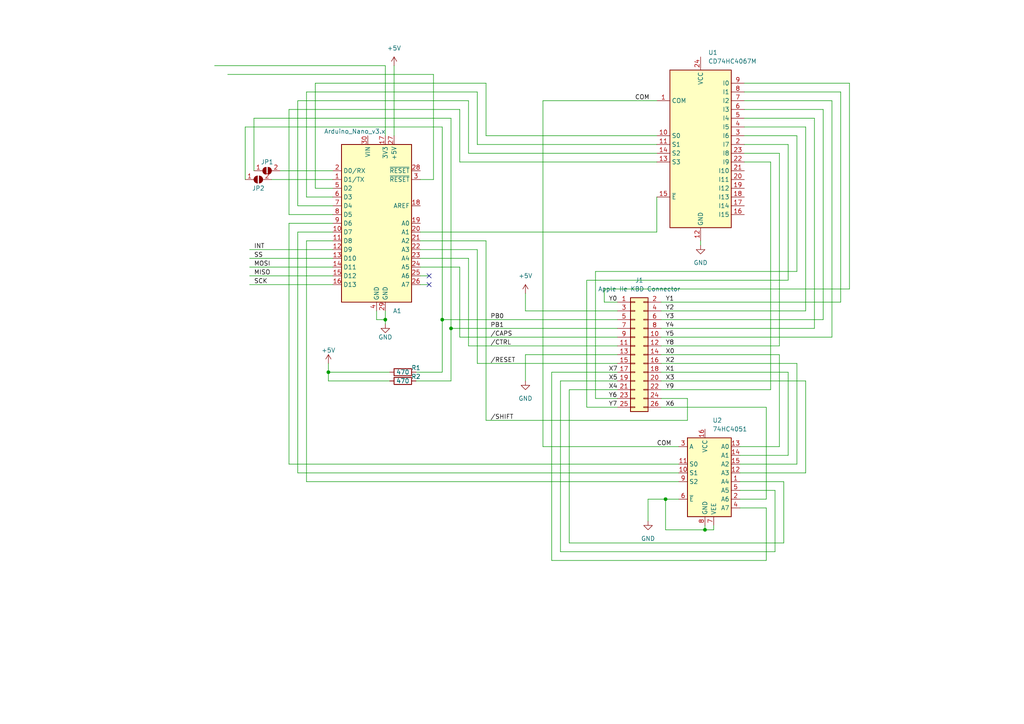
<source format=kicad_sch>
(kicad_sch (version 20230121) (generator eeschema)
  (paper "A4")
  (lib_symbols
    (symbol "74xx:74HC4051"
      (property "Reference" "U" (at -5.08 11.43 0))
      (property "Value" "74HC4051" (at -7.62 -13.97 0))
      (symbol "74HC4051_0_1"
        (rectangle (start -5.08 10.16) (end 7.62 -12.7) (stroke (width 0.254)) (fill (type background)))
      )
      (symbol "74HC4051_1_1"
        (pin passive line (at 10.16 -2.54 180) (length 2.54) (name "A4") (number "1"))
        (pin input line (at -7.62 0 0) (length 2.54) (name "S1") (number "10"))
        (pin input line (at -7.62 2.54 0) (length 2.54) (name "S0") (number "11"))
        (pin passive line (at 10.16 0 180) (length 2.54) (name "A3") (number "12"))
        (pin passive line (at 10.16 7.62 180) (length 2.54) (name "A0") (number "13"))
        (pin passive line (at 10.16 5.08 180) (length 2.54) (name "A1") (number "14"))
        (pin passive line (at 10.16 2.54 180) (length 2.54) (name "A2") (number "15"))
        (pin power_in line (at 0 12.7 270) (length 2.54) (name "VCC") (number "16"))
        (pin passive line (at 10.16 -7.62 180) (length 2.54) (name "A6") (number "2"))
        (pin passive line (at -7.62 7.62 0) (length 2.54) (name "A") (number "3"))
        (pin passive line (at 10.16 -10.16 180) (length 2.54) (name "A7") (number "4"))
        (pin passive line (at 10.16 -5.08 180) (length 2.54) (name "A5") (number "5"))
        (pin input line (at -7.62 -7.62 0) (length 2.54) (name "~{E}") (number "6"))
        (pin power_in line (at 2.54 -15.24 90) (length 2.54) (name "VEE") (number "7"))
        (pin power_in line (at 0 -15.24 90) (length 2.54) (name "GND") (number "8"))
        (pin input line (at -7.62 -2.54 0) (length 2.54) (name "S2") (number "9"))
      )
    )
    (symbol "74xx:CD74HC4067M"
      (property "Reference" "U" (at -8.89 22.86 0))
      (property "Value" "CD74HC4067M" (at 1.27 22.86 0))
      (symbol "CD74HC4067M_0_1"
        (rectangle (start -8.89 21.59) (end 8.89 -24.13) (stroke (width 0.254)) (fill (type background)))
      )
      (symbol "CD74HC4067M_1_1"
        (pin passive line (at -12.7 12.7 0) (length 3.81) (name "COM") (number "1"))
        (pin input line (at -12.7 2.54 0) (length 3.81) (name "S0") (number "10"))
        (pin input line (at -12.7 0 0) (length 3.81) (name "S1") (number "11"))
        (pin power_in line (at 0 -27.94 90) (length 3.81) (name "GND") (number "12"))
        (pin input line (at -12.7 -5.08 0) (length 3.81) (name "S3") (number "13"))
        (pin input line (at -12.7 -2.54 0) (length 3.81) (name "S2") (number "14"))
        (pin input line (at -12.7 -15.24 0) (length 3.81) (name "~{E}") (number "15"))
        (pin passive line (at 12.7 -20.32 180) (length 3.81) (name "I15") (number "16"))
        (pin passive line (at 12.7 -17.78 180) (length 3.81) (name "I14") (number "17"))
        (pin passive line (at 12.7 -15.24 180) (length 3.81) (name "I13") (number "18"))
        (pin passive line (at 12.7 -12.7 180) (length 3.81) (name "I12") (number "19"))
        (pin passive line (at 12.7 0 180) (length 3.81) (name "I7") (number "2"))
        (pin passive line (at 12.7 -10.16 180) (length 3.81) (name "I11") (number "20"))
        (pin passive line (at 12.7 -7.62 180) (length 3.81) (name "I10") (number "21"))
        (pin passive line (at 12.7 -5.08 180) (length 3.81) (name "I9") (number "22"))
        (pin passive line (at 12.7 -2.54 180) (length 3.81) (name "I8") (number "23"))
        (pin power_in line (at 0 25.4 270) (length 3.81) (name "VCC") (number "24"))
        (pin passive line (at 12.7 2.54 180) (length 3.81) (name "I6") (number "3"))
        (pin passive line (at 12.7 5.08 180) (length 3.81) (name "I5") (number "4"))
        (pin passive line (at 12.7 7.62 180) (length 3.81) (name "I4") (number "5"))
        (pin passive line (at 12.7 10.16 180) (length 3.81) (name "I3") (number "6"))
        (pin passive line (at 12.7 12.7 180) (length 3.81) (name "I2") (number "7"))
        (pin passive line (at 12.7 15.24 180) (length 3.81) (name "I1") (number "8"))
        (pin passive line (at 12.7 17.78 180) (length 3.81) (name "I0") (number "9"))
      )
    )
    (symbol "Connector_Generic:Conn_02x13_Odd_Even" (pin_names (offset 1.016) hide)
      (property "Reference" "J" (at 1.27 17.78 0))
      (property "Value" "Conn_02x13_Odd_Even" (at 1.27 -17.78 0))
      (symbol "Conn_02x13_Odd_Even_1_1"
        (rectangle (start -1.27 -15.113) (end 0 -15.367) (stroke (width 0.1524)))
        (rectangle (start -1.27 -12.573) (end 0 -12.827) (stroke (width 0.1524)))
        (rectangle (start -1.27 -10.033) (end 0 -10.287) (stroke (width 0.1524)))
        (rectangle (start -1.27 -7.493) (end 0 -7.747) (stroke (width 0.1524)))
        (rectangle (start -1.27 -4.953) (end 0 -5.207) (stroke (width 0.1524)))
        (rectangle (start -1.27 -2.413) (end 0 -2.667) (stroke (width 0.1524)))
        (rectangle (start -1.27 0.127) (end 0 -0.127) (stroke (width 0.1524)))
        (rectangle (start -1.27 2.667) (end 0 2.413) (stroke (width 0.1524)))
        (rectangle (start -1.27 5.207) (end 0 4.953) (stroke (width 0.1524)))
        (rectangle (start -1.27 7.747) (end 0 7.493) (stroke (width 0.1524)))
        (rectangle (start -1.27 10.287) (end 0 10.033) (stroke (width 0.1524)))
        (rectangle (start -1.27 12.827) (end 0 12.573) (stroke (width 0.1524)))
        (rectangle (start -1.27 15.367) (end 0 15.113) (stroke (width 0.1524)))
        (rectangle (start -1.27 16.51) (end 3.81 -16.51) (stroke (width 0.254)) (fill (type background)))
        (rectangle (start 3.81 -15.113) (end 2.54 -15.367) (stroke (width 0.1524)))
        (rectangle (start 3.81 -12.573) (end 2.54 -12.827) (stroke (width 0.1524)))
        (rectangle (start 3.81 -10.033) (end 2.54 -10.287) (stroke (width 0.1524)))
        (rectangle (start 3.81 -7.493) (end 2.54 -7.747) (stroke (width 0.1524)))
        (rectangle (start 3.81 -4.953) (end 2.54 -5.207) (stroke (width 0.1524)))
        (rectangle (start 3.81 -2.413) (end 2.54 -2.667) (stroke (width 0.1524)))
        (rectangle (start 3.81 0.127) (end 2.54 -0.127) (stroke (width 0.1524)))
        (rectangle (start 3.81 2.667) (end 2.54 2.413) (stroke (width 0.1524)))
        (rectangle (start 3.81 5.207) (end 2.54 4.953) (stroke (width 0.1524)))
        (rectangle (start 3.81 7.747) (end 2.54 7.493) (stroke (width 0.1524)))
        (rectangle (start 3.81 10.287) (end 2.54 10.033) (stroke (width 0.1524)))
        (rectangle (start 3.81 12.827) (end 2.54 12.573) (stroke (width 0.1524)))
        (rectangle (start 3.81 15.367) (end 2.54 15.113) (stroke (width 0.1524)))
        (pin passive line (at -5.08 15.24 0) (length 3.81) (name "Pin_1") (number "1"))
        (pin passive line (at 7.62 5.08 180) (length 3.81) (name "Pin_10") (number "10"))
        (pin passive line (at -5.08 2.54 0) (length 3.81) (name "Pin_11") (number "11"))
        (pin passive line (at 7.62 2.54 180) (length 3.81) (name "Pin_12") (number "12"))
        (pin passive line (at -5.08 0 0) (length 3.81) (name "Pin_13") (number "13"))
        (pin passive line (at 7.62 0 180) (length 3.81) (name "Pin_14") (number "14"))
        (pin passive line (at -5.08 -2.54 0) (length 3.81) (name "Pin_15") (number "15"))
        (pin passive line (at 7.62 -2.54 180) (length 3.81) (name "Pin_16") (number "16"))
        (pin passive line (at -5.08 -5.08 0) (length 3.81) (name "Pin_17") (number "17"))
        (pin passive line (at 7.62 -5.08 180) (length 3.81) (name "Pin_18") (number "18"))
        (pin passive line (at -5.08 -7.62 0) (length 3.81) (name "Pin_19") (number "19"))
        (pin passive line (at 7.62 15.24 180) (length 3.81) (name "Pin_2") (number "2"))
        (pin passive line (at 7.62 -7.62 180) (length 3.81) (name "Pin_20") (number "20"))
        (pin passive line (at -5.08 -10.16 0) (length 3.81) (name "Pin_21") (number "21"))
        (pin passive line (at 7.62 -10.16 180) (length 3.81) (name "Pin_22") (number "22"))
        (pin passive line (at -5.08 -12.7 0) (length 3.81) (name "Pin_23") (number "23"))
        (pin passive line (at 7.62 -12.7 180) (length 3.81) (name "Pin_24") (number "24"))
        (pin passive line (at -5.08 -15.24 0) (length 3.81) (name "Pin_25") (number "25"))
        (pin passive line (at 7.62 -15.24 180) (length 3.81) (name "Pin_26") (number "26"))
        (pin passive line (at -5.08 12.7 0) (length 3.81) (name "Pin_3") (number "3"))
        (pin passive line (at 7.62 12.7 180) (length 3.81) (name "Pin_4") (number "4"))
        (pin passive line (at -5.08 10.16 0) (length 3.81) (name "Pin_5") (number "5"))
        (pin passive line (at 7.62 10.16 180) (length 3.81) (name "Pin_6") (number "6"))
        (pin passive line (at -5.08 7.62 0) (length 3.81) (name "Pin_7") (number "7"))
        (pin passive line (at 7.62 7.62 180) (length 3.81) (name "Pin_8") (number "8"))
        (pin passive line (at -5.08 5.08 0) (length 3.81) (name "Pin_9") (number "9"))
      )
    )
    (symbol "Device:R" (pin_numbers hide) (pin_names (offset 0))
      (property "Reference" "R" (at 2.032 0 90))
      (property "Value" "R" (at 0 0 90))
      (symbol "R_0_1"
        (rectangle (start -1.016 -2.54) (end 1.016 2.54) (stroke (width 0.254)))
      )
      (symbol "R_1_1"
        (pin passive line (at 0 3.81 270) (length 1.27) (name "~") (number "1"))
        (pin passive line (at 0 -3.81 90) (length 1.27) (name "~") (number "2"))
      )
    )
    (symbol "Jumper:SolderJumper_2_Open" (pin_names (offset 0) hide)
      (property "Reference" "JP" (at 0 2.032 0))
      (property "Value" "SolderJumper_2_Open" (at 0 -2.54 0))
      (symbol "SolderJumper_2_Open_0_1"
        (arc (start -0.254 1.016) (mid -1.2656 0) (end -0.254 -1.016))
        (arc (start -0.254 1.016) (mid -1.2656 0) (end -0.254 -1.016) (fill (type outline)))
        (polyline (pts (xy -0.254 1.016) (xy -0.254 -1.016)))
        (polyline (pts (xy 0.254 1.016) (xy 0.254 -1.016)))
        (arc (start 0.254 -1.016) (mid 1.2656 0) (end 0.254 1.016))
        (arc (start 0.254 -1.016) (mid 1.2656 0) (end 0.254 1.016) (fill (type outline)))
      )
      (symbol "SolderJumper_2_Open_1_1"
        (pin passive line (at -3.81 0 0) (length 2.54) (name "A") (number "1"))
        (pin passive line (at 3.81 0 180) (length 2.54) (name "B") (number "2"))
      )
    )
    (symbol "MCU_Module:Arduino_Nano_v3.x"
      (property "Reference" "A" (at -10.16 23.495 0))
      (property "Value" "Arduino_Nano_v3.x" (at 5.08 -24.13 0))
      (symbol "Arduino_Nano_v3.x_0_1"
        (rectangle (start -10.16 22.86) (end 10.16 -22.86) (stroke (width 0.254)) (fill (type background)))
      )
      (symbol "Arduino_Nano_v3.x_1_1"
        (pin bidirectional line (at -12.7 12.7 0) (length 2.54) (name "D1/TX") (number "1"))
        (pin bidirectional line (at -12.7 -2.54 0) (length 2.54) (name "D7") (number "10"))
        (pin bidirectional line (at -12.7 -5.08 0) (length 2.54) (name "D8") (number "11"))
        (pin bidirectional line (at -12.7 -7.62 0) (length 2.54) (name "D9") (number "12"))
        (pin bidirectional line (at -12.7 -10.16 0) (length 2.54) (name "D10") (number "13"))
        (pin bidirectional line (at -12.7 -12.7 0) (length 2.54) (name "D11") (number "14"))
        (pin bidirectional line (at -12.7 -15.24 0) (length 2.54) (name "D12") (number "15"))
        (pin bidirectional line (at -12.7 -17.78 0) (length 2.54) (name "D13") (number "16"))
        (pin power_out line (at 2.54 25.4 270) (length 2.54) (name "3V3") (number "17"))
        (pin input line (at 12.7 5.08 180) (length 2.54) (name "AREF") (number "18"))
        (pin bidirectional line (at 12.7 0 180) (length 2.54) (name "A0") (number "19"))
        (pin bidirectional line (at -12.7 15.24 0) (length 2.54) (name "D0/RX") (number "2"))
        (pin bidirectional line (at 12.7 -2.54 180) (length 2.54) (name "A1") (number "20"))
        (pin bidirectional line (at 12.7 -5.08 180) (length 2.54) (name "A2") (number "21"))
        (pin bidirectional line (at 12.7 -7.62 180) (length 2.54) (name "A3") (number "22"))
        (pin bidirectional line (at 12.7 -10.16 180) (length 2.54) (name "A4") (number "23"))
        (pin bidirectional line (at 12.7 -12.7 180) (length 2.54) (name "A5") (number "24"))
        (pin bidirectional line (at 12.7 -15.24 180) (length 2.54) (name "A6") (number "25"))
        (pin bidirectional line (at 12.7 -17.78 180) (length 2.54) (name "A7") (number "26"))
        (pin power_out line (at 5.08 25.4 270) (length 2.54) (name "+5V") (number "27"))
        (pin input line (at 12.7 15.24 180) (length 2.54) (name "~{RESET}") (number "28"))
        (pin power_in line (at 2.54 -25.4 90) (length 2.54) (name "GND") (number "29"))
        (pin input line (at 12.7 12.7 180) (length 2.54) (name "~{RESET}") (number "3"))
        (pin power_in line (at -2.54 25.4 270) (length 2.54) (name "VIN") (number "30"))
        (pin power_in line (at 0 -25.4 90) (length 2.54) (name "GND") (number "4"))
        (pin bidirectional line (at -12.7 10.16 0) (length 2.54) (name "D2") (number "5"))
        (pin bidirectional line (at -12.7 7.62 0) (length 2.54) (name "D3") (number "6"))
        (pin bidirectional line (at -12.7 5.08 0) (length 2.54) (name "D4") (number "7"))
        (pin bidirectional line (at -12.7 2.54 0) (length 2.54) (name "D5") (number "8"))
        (pin bidirectional line (at -12.7 0 0) (length 2.54) (name "D6") (number "9"))
      )
    )
    (symbol "power:+5V" (power) (pin_names (offset 0))
      (property "Value" "+5V" (at 0 3.556 0))
      (symbol "+5V_0_1"
        (polyline (pts (xy -0.762 1.27) (xy 0 2.54)))
        (polyline (pts (xy 0 0) (xy 0 2.54)))
        (polyline (pts (xy 0 2.54) (xy 0.762 1.27)))
      )
      (symbol "+5V_1_1"
        (pin power_in line (at 0 0 90) (length 0) hide (name "+5V") (number "1"))
      )
    )
    (symbol "power:GND" (power) (pin_names (offset 0))
      (property "Value" "GND" (at 0 -3.81 0))
      (symbol "GND_0_1"
        (polyline (pts (xy 0 0) (xy 0 -1.27) (xy 1.27 -1.27) (xy 0 -2.54) (xy -1.27 -1.27) (xy 0 -1.27)))
      )
      (symbol "GND_1_1"
        (pin power_in line (at 0 0 270) (length 0) hide (name "GND") (number "1"))
      )
    )
  )
  (junction (at 193.04 144.78))
  (junction (at 130.81 95.25))
  (junction (at 95.25 107.95))
  (junction (at 204.47 153.67))
  (junction (at 128.27 92.71))
  (junction (at 111.76 92.71))
  (no_connect (at 124.46 80.01))
  (no_connect (at 124.46 82.55))
  (wire (pts (xy 226.06 102.87) (xy 226.06 129.54)))
  (wire (pts (xy 72.39 80.01) (xy 96.52 80.01)))
  (wire (pts (xy 135.89 29.21) (xy 86.36 29.21)))
  (wire (pts (xy 191.77 90.17) (xy 233.68 90.17)))
  (wire (pts (xy 121.92 67.31) (xy 190.5 67.31)))
  (wire (pts (xy 121.92 72.39) (xy 138.43 72.39)))
  (wire (pts (xy 227.33 157.48) (xy 227.33 139.7)))
  (wire (pts (xy 187.96 144.78) (xy 193.04 144.78)))
  (wire (pts (xy 83.82 134.62) (xy 196.85 134.62)))
  (wire (pts (xy 191.77 95.25) (xy 236.22 95.25)))
  (wire (pts (xy 193.04 144.78) (xy 196.85 144.78)))
  (wire (pts (xy 162.56 160.02) (xy 224.79 160.02)))
  (wire (pts (xy 83.82 64.77) (xy 96.52 64.77)))
  (wire (pts (xy 222.25 118.11) (xy 222.25 144.78)))
  (wire (pts (xy 233.68 110.49) (xy 233.68 137.16)))
  (wire (pts (xy 114.3 19.05) (xy 114.3 39.37)))
  (wire (pts (xy 233.68 36.83) (xy 233.68 90.17)))
  (wire (pts (xy 207.01 153.67) (xy 207.01 152.4)))
  (wire (pts (xy 191.77 100.33) (xy 226.06 100.33)))
  (wire (pts (xy 86.36 29.21) (xy 86.36 59.69)))
  (wire (pts (xy 88.9 57.15) (xy 96.52 57.15)))
  (wire (pts (xy 179.07 110.49) (xy 162.56 110.49)))
  (wire (pts (xy 191.77 92.71) (xy 238.76 92.71)))
  (wire (pts (xy 140.97 121.92) (xy 199.39 121.92)))
  (wire (pts (xy 215.9 41.91) (xy 228.6 41.91)))
  (wire (pts (xy 130.81 110.49) (xy 130.81 95.25)))
  (wire (pts (xy 191.77 87.63) (xy 243.84 87.63)))
  (wire (pts (xy 179.07 113.03) (xy 165.1 113.03)))
  (wire (pts (xy 172.72 78.74) (xy 231.14 78.74)))
  (wire (pts (xy 83.82 31.75) (xy 83.82 62.23)))
  (wire (pts (xy 191.77 118.11) (xy 222.25 118.11)))
  (wire (pts (xy 214.63 132.08) (xy 228.6 132.08)))
  (wire (pts (xy 91.44 24.13) (xy 91.44 54.61)))
  (wire (pts (xy 135.89 74.93) (xy 135.89 100.33)))
  (wire (pts (xy 160.02 107.95) (xy 160.02 162.56)))
  (wire (pts (xy 157.48 29.21) (xy 157.48 129.54)))
  (wire (pts (xy 172.72 115.57) (xy 172.72 78.74)))
  (wire (pts (xy 133.35 46.99) (xy 133.35 31.75)))
  (wire (pts (xy 231.14 105.41) (xy 231.14 134.62)))
  (wire (pts (xy 157.48 29.21) (xy 190.5 29.21)))
  (wire (pts (xy 111.76 92.71) (xy 111.76 93.98)))
  (wire (pts (xy 224.79 142.24) (xy 224.79 160.02)))
  (wire (pts (xy 215.9 29.21) (xy 241.3 29.21)))
  (wire (pts (xy 86.36 137.16) (xy 196.85 137.16)))
  (wire (pts (xy 215.9 44.45) (xy 226.06 44.45)))
  (wire (pts (xy 170.18 118.11) (xy 170.18 81.28)))
  (wire (pts (xy 72.39 74.93) (xy 96.52 74.93)))
  (wire (pts (xy 133.35 31.75) (xy 83.82 31.75)))
  (wire (pts (xy 152.4 85.09) (xy 152.4 90.17)))
  (wire (pts (xy 83.82 62.23) (xy 96.52 62.23)))
  (wire (pts (xy 227.33 139.7) (xy 214.63 139.7)))
  (wire (pts (xy 88.9 139.7) (xy 196.85 139.7)))
  (wire (pts (xy 162.56 110.49) (xy 162.56 160.02)))
  (wire (pts (xy 125.73 52.07) (xy 125.73 21.59)))
  (wire (pts (xy 187.96 144.78) (xy 187.96 151.13)))
  (wire (pts (xy 236.22 34.29) (xy 236.22 95.25)))
  (wire (pts (xy 121.92 52.07) (xy 125.73 52.07)))
  (wire (pts (xy 191.77 97.79) (xy 241.3 97.79)))
  (wire (pts (xy 71.12 36.83) (xy 128.27 36.83)))
  (wire (pts (xy 152.4 90.17) (xy 179.07 90.17)))
  (wire (pts (xy 203.2 71.12) (xy 203.2 69.85)))
  (wire (pts (xy 111.76 90.17) (xy 111.76 92.71)))
  (wire (pts (xy 140.97 69.85) (xy 140.97 121.92)))
  (wire (pts (xy 83.82 134.62) (xy 83.82 64.77)))
  (wire (pts (xy 243.84 87.63) (xy 243.84 26.67)))
  (wire (pts (xy 135.89 100.33) (xy 179.07 100.33)))
  (wire (pts (xy 231.14 78.74) (xy 231.14 39.37)))
  (wire (pts (xy 193.04 153.67) (xy 193.04 144.78)))
  (wire (pts (xy 121.92 74.93) (xy 135.89 74.93)))
  (wire (pts (xy 152.4 102.87) (xy 152.4 110.49)))
  (wire (pts (xy 191.77 102.87) (xy 226.06 102.87)))
  (wire (pts (xy 238.76 31.75) (xy 238.76 92.71)))
  (wire (pts (xy 179.07 118.11) (xy 170.18 118.11)))
  (wire (pts (xy 190.5 67.31) (xy 190.5 57.15)))
  (wire (pts (xy 109.22 90.17) (xy 109.22 92.71)))
  (wire (pts (xy 86.36 67.31) (xy 96.52 67.31)))
  (wire (pts (xy 135.89 44.45) (xy 190.5 44.45)))
  (wire (pts (xy 223.52 46.99) (xy 223.52 113.03)))
  (wire (pts (xy 88.9 69.85) (xy 96.52 69.85)))
  (wire (pts (xy 231.14 134.62) (xy 214.63 134.62)))
  (wire (pts (xy 179.07 107.95) (xy 160.02 107.95)))
  (wire (pts (xy 72.39 77.47) (xy 96.52 77.47)))
  (wire (pts (xy 130.81 34.29) (xy 130.81 95.25)))
  (wire (pts (xy 133.35 97.79) (xy 133.35 77.47)))
  (wire (pts (xy 165.1 157.48) (xy 227.33 157.48)))
  (wire (pts (xy 165.1 113.03) (xy 165.1 157.48)))
  (wire (pts (xy 88.9 26.67) (xy 88.9 57.15)))
  (wire (pts (xy 228.6 81.28) (xy 228.6 41.91)))
  (wire (pts (xy 78.74 52.07) (xy 96.52 52.07)))
  (wire (pts (xy 152.4 102.87) (xy 179.07 102.87)))
  (wire (pts (xy 215.9 34.29) (xy 236.22 34.29)))
  (wire (pts (xy 128.27 107.95) (xy 128.27 92.71)))
  (wire (pts (xy 133.35 46.99) (xy 190.5 46.99)))
  (wire (pts (xy 120.65 107.95) (xy 128.27 107.95)))
  (wire (pts (xy 95.25 110.49) (xy 113.03 110.49)))
  (wire (pts (xy 204.47 153.67) (xy 193.04 153.67)))
  (wire (pts (xy 140.97 24.13) (xy 91.44 24.13)))
  (wire (pts (xy 214.63 142.24) (xy 224.79 142.24)))
  (wire (pts (xy 121.92 80.01) (xy 124.46 80.01)))
  (wire (pts (xy 191.77 105.41) (xy 231.14 105.41)))
  (wire (pts (xy 72.39 82.55) (xy 96.52 82.55)))
  (wire (pts (xy 207.01 153.67) (xy 204.47 153.67)))
  (wire (pts (xy 111.76 39.37) (xy 111.76 19.05)))
  (wire (pts (xy 72.39 72.39) (xy 96.52 72.39)))
  (wire (pts (xy 214.63 137.16) (xy 233.68 137.16)))
  (wire (pts (xy 214.63 147.32) (xy 222.25 147.32)))
  (wire (pts (xy 140.97 39.37) (xy 190.5 39.37)))
  (wire (pts (xy 175.26 83.82) (xy 246.38 83.82)))
  (wire (pts (xy 215.9 36.83) (xy 233.68 36.83)))
  (wire (pts (xy 86.36 59.69) (xy 96.52 59.69)))
  (wire (pts (xy 62.23 19.05) (xy 111.76 19.05)))
  (wire (pts (xy 241.3 29.21) (xy 241.3 97.79)))
  (wire (pts (xy 140.97 39.37) (xy 140.97 24.13)))
  (wire (pts (xy 246.38 24.13) (xy 246.38 83.82)))
  (wire (pts (xy 157.48 129.54) (xy 196.85 129.54)))
  (wire (pts (xy 215.9 26.67) (xy 243.84 26.67)))
  (wire (pts (xy 204.47 153.67) (xy 204.47 152.4)))
  (wire (pts (xy 73.66 34.29) (xy 130.81 34.29)))
  (wire (pts (xy 170.18 81.28) (xy 228.6 81.28)))
  (wire (pts (xy 130.81 95.25) (xy 179.07 95.25)))
  (wire (pts (xy 73.66 49.53) (xy 73.66 34.29)))
  (wire (pts (xy 133.35 97.79) (xy 179.07 97.79)))
  (wire (pts (xy 228.6 107.95) (xy 228.6 132.08)))
  (wire (pts (xy 138.43 26.67) (xy 88.9 26.67)))
  (wire (pts (xy 91.44 54.61) (xy 96.52 54.61)))
  (wire (pts (xy 95.25 107.95) (xy 95.25 110.49)))
  (wire (pts (xy 128.27 36.83) (xy 128.27 92.71)))
  (wire (pts (xy 138.43 41.91) (xy 138.43 26.67)))
  (wire (pts (xy 175.26 87.63) (xy 175.26 83.82)))
  (wire (pts (xy 66.04 21.59) (xy 125.73 21.59)))
  (wire (pts (xy 175.26 87.63) (xy 179.07 87.63)))
  (wire (pts (xy 215.9 24.13) (xy 246.38 24.13)))
  (wire (pts (xy 120.65 110.49) (xy 130.81 110.49)))
  (wire (pts (xy 138.43 41.91) (xy 190.5 41.91)))
  (wire (pts (xy 95.25 107.95) (xy 113.03 107.95)))
  (wire (pts (xy 199.39 115.57) (xy 199.39 121.92)))
  (wire (pts (xy 222.25 162.56) (xy 222.25 147.32)))
  (wire (pts (xy 191.77 107.95) (xy 228.6 107.95)))
  (wire (pts (xy 86.36 137.16) (xy 86.36 67.31)))
  (wire (pts (xy 81.28 49.53) (xy 96.52 49.53)))
  (wire (pts (xy 215.9 31.75) (xy 238.76 31.75)))
  (wire (pts (xy 138.43 105.41) (xy 179.07 105.41)))
  (wire (pts (xy 138.43 72.39) (xy 138.43 105.41)))
  (wire (pts (xy 172.72 115.57) (xy 179.07 115.57)))
  (wire (pts (xy 88.9 139.7) (xy 88.9 69.85)))
  (wire (pts (xy 71.12 52.07) (xy 71.12 36.83)))
  (wire (pts (xy 121.92 82.55) (xy 124.46 82.55)))
  (wire (pts (xy 191.77 115.57) (xy 199.39 115.57)))
  (wire (pts (xy 214.63 129.54) (xy 226.06 129.54)))
  (wire (pts (xy 160.02 162.56) (xy 222.25 162.56)))
  (wire (pts (xy 215.9 46.99) (xy 223.52 46.99)))
  (wire (pts (xy 128.27 92.71) (xy 179.07 92.71)))
  (wire (pts (xy 95.25 105.41) (xy 95.25 107.95)))
  (wire (pts (xy 121.92 77.47) (xy 133.35 77.47)))
  (wire (pts (xy 214.63 144.78) (xy 222.25 144.78)))
  (wire (pts (xy 109.22 92.71) (xy 111.76 92.71)))
  (wire (pts (xy 135.89 44.45) (xy 135.89 29.21)))
  (wire (pts (xy 121.92 69.85) (xy 140.97 69.85)))
  (wire (pts (xy 191.77 110.49) (xy 233.68 110.49)))
  (wire (pts (xy 226.06 44.45) (xy 226.06 100.33)))
  (wire (pts (xy 215.9 39.37) (xy 231.14 39.37)))
  (wire (pts (xy 191.77 113.03) (xy 223.52 113.03)))
  (label "Y0" (at 176.53 87.63 0))
  (label "INT" (at 73.66 72.39 0))
  (label "MOSI" (at 73.66 77.47 0))
  (label "Y5" (at 193.04 97.79 0))
  (label "MISO" (at 73.66 80.01 0))
  (label "X7" (at 176.53 107.95 0))
  (label "X0" (at 193.04 102.87 0))
  (label "X2" (at 193.04 105.41 0))
  (label "SCK" (at 73.66 82.55 0))
  (label "X3" (at 193.04 110.49 0))
  (label "{slash}RESET" (at 142.24 105.41 0))
  (label "Y2" (at 193.04 90.17 0))
  (label "COM" (at 190.5 129.54 0))
  (label "Y7" (at 176.53 118.11 0))
  (label "Y8" (at 193.04 100.33 0))
  (label "{slash}CTRL" (at 142.24 100.33 0))
  (label "{slash}CAPS" (at 142.24 97.79 0))
  (label "Y9" (at 193.04 113.03 0))
  (label "Y6" (at 176.53 115.57 0))
  (label "Y3" (at 193.04 92.71 0))
  (label "X4" (at 176.53 113.03 0))
  (label "X1" (at 193.04 107.95 0))
  (label "COM" (at 184.15 29.21 0))
  (label "X6" (at 193.04 118.11 0))
  (label "{slash}SHIFT" (at 142.24 121.92 0))
  (label "X5" (at 176.53 110.49 0))
  (label "PB1" (at 142.24 95.25 0))
  (label "Y1" (at 193.04 87.63 0))
  (label "PB0" (at 142.24 92.71 0))
  (label "Y4" (at 193.04 95.25 0))
  (label "SS" (at 73.66 74.93 0))
  (symbol (lib_id "Device:R") (at 116.84 107.95 90) (unit 1)
    (property "Reference" "R1" (at 120.65 106.68 90))
    (property "Value" "470" (at 116.84 107.95 90))
  )
  (symbol (lib_id "Device:R") (at 116.84 110.49 90) (unit 1)
    (property "Reference" "R2" (at 120.65 109.22 90))
    (property "Value" "470" (at 116.84 110.49 90))
  )
  (symbol (lib_id "Jumper:SolderJumper_2_Open") (at 77.47 49.53 0) (unit 1)
    (property "Reference" "JP1" (at 77.47 46.99 0))
    (property "Value" "SolderJumper_2_Open" (effects hide))
  )
  (symbol (lib_id "Connector_Generic:Conn_02x13_Odd_Even") (at 184.15 102.87 0) (unit 1)
    (property "Reference" "J1" (at 185.42 81.28 0))
    (property "Value" "Apple IIe KBD Connector" (at 185.42 83.82 0))
  )
  (symbol (lib_id "power:GND") (at 111.76 93.98 0) (unit 1)
    (property "Reference" "#PWR08" (effects hide))
    (property "Value" "GND" (at 111.76 97.79 0))
  )
  (symbol (lib_id "power:+5V") (at 152.4 85.09 0) (unit 1)
    (property "Reference" "#PWR01" (effects hide))
    (property "Value" "+5V" (at 152.4 80.01 0))
  )
  (symbol (lib_id "power:+5V") (at 95.25 105.41 0) (unit 1)
    (property "Reference" "#PWR05" (effects hide))
    (property "Value" "+5V" (at 95.25 101.6 0))
  )
  (symbol (lib_id "74xx:CD74HC4067M") (at 203.2 41.91 0) (unit 1)
    (property "Reference" "U1" (at 205.3941 15.24 0) (effects (justify left)))
    (property "Value" "CD74HC4067M" (at 205.3941 17.78 0) (effects (justify left)))
    (property "Footprint" "Package_SO:SOIC-24W_7.5x15.4mm_P1.27mm" (effects hide))
    (property "Datasheet" "http://www.ti.com/lit/ds/symlink/cd74hc4067.pdf" (effects hide))
  )
  (symbol (lib_id "power:+5V") (at 114.3 19.05 0) (unit 1)
    (property "Reference" "#PWR07" (effects hide))
    (property "Value" "+5V" (at 114.3 13.97 0))
  )
  (symbol (lib_id "MCU_Module:Arduino_Nano_v3.x") (at 109.22 64.77 0) (unit 1)
    (property "Reference" "A1" (at 113.9541 90.17 0) (effects (justify left)))
    (property "Value" "Arduino_Nano_v3.x" (at 93.98 38.1 0) (effects (justify left)))
    (property "Footprint" "Module:Arduino_Nano" (effects hide))
    (property "Datasheet" "http://www.mouser.com/pdfdocs/Gravitech_Arduino_Nano3_0.pdf" (effects hide))
  )
  (symbol (lib_id "power:GND") (at 203.2 71.12 0) (unit 1)
    (property "Reference" "#PWR04" (effects hide))
    (property "Value" "GND" (at 203.2 76.2 0))
  )
  (symbol (lib_id "power:GND") (at 187.96 151.13 0) (unit 1)
    (property "Reference" "#PWR03" (effects hide))
    (property "Value" "GND" (at 187.96 156.21 0))
  )
  (symbol (lib_id "74xx:74HC4051") (at 204.47 137.16 0) (unit 1)
    (property "Reference" "U2" (at 206.6641 121.92 0) (effects (justify left)))
    (property "Value" "74HC4051" (at 206.6641 124.46 0) (effects (justify left)))
    (property "Datasheet" "http://www.ti.com/lit/ds/symlink/cd74hc4051.pdf" (effects hide))
  )
  (symbol (lib_id "Jumper:SolderJumper_2_Open") (at 74.93 52.07 0) (unit 1)
    (property "Reference" "JP2" (at 74.93 54.61 0))
    (property "Value" "SolderJumper_2_Open" (effects hide))
  )
  (symbol (lib_id "power:GND") (at 152.4 110.49 0) (unit 1)
    (property "Reference" "#PWR02" (effects hide))
    (property "Value" "GND" (at 152.4 115.57 0))
  )
)
</source>
